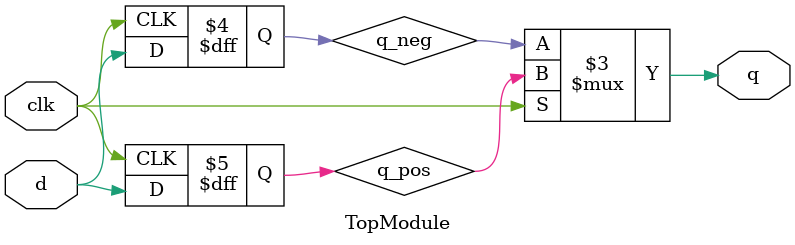
<source format=sv>
module TopModule (
    input logic clk,
    input logic d,
    output logic q
);

    logic q_pos, q_neg;

    always @(posedge clk) begin
        q_pos <= d;
    end

    always @(negedge clk) begin
        q_neg <= d;
    end

    assign q = (clk) ? q_pos : q_neg;

endmodule
</source>
